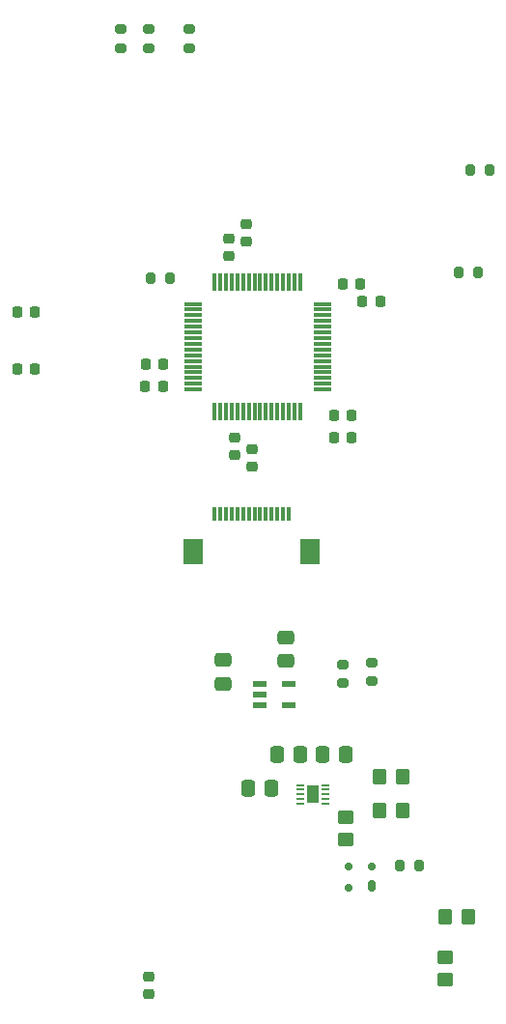
<source format=gbr>
%TF.GenerationSoftware,KiCad,Pcbnew,8.0.6*%
%TF.CreationDate,2024-10-29T14:36:32-05:00*%
%TF.ProjectId,tokenizer,746f6b65-6e69-47a6-9572-2e6b69636164,rev?*%
%TF.SameCoordinates,Original*%
%TF.FileFunction,Paste,Top*%
%TF.FilePolarity,Positive*%
%FSLAX46Y46*%
G04 Gerber Fmt 4.6, Leading zero omitted, Abs format (unit mm)*
G04 Created by KiCad (PCBNEW 8.0.6) date 2024-10-29 14:36:32*
%MOMM*%
%LPD*%
G01*
G04 APERTURE LIST*
G04 Aperture macros list*
%AMRoundRect*
0 Rectangle with rounded corners*
0 $1 Rounding radius*
0 $2 $3 $4 $5 $6 $7 $8 $9 X,Y pos of 4 corners*
0 Add a 4 corners polygon primitive as box body*
4,1,4,$2,$3,$4,$5,$6,$7,$8,$9,$2,$3,0*
0 Add four circle primitives for the rounded corners*
1,1,$1+$1,$2,$3*
1,1,$1+$1,$4,$5*
1,1,$1+$1,$6,$7*
1,1,$1+$1,$8,$9*
0 Add four rect primitives between the rounded corners*
20,1,$1+$1,$2,$3,$4,$5,0*
20,1,$1+$1,$4,$5,$6,$7,0*
20,1,$1+$1,$6,$7,$8,$9,0*
20,1,$1+$1,$8,$9,$2,$3,0*%
G04 Aperture macros list end*
%ADD10RoundRect,0.250000X-0.450000X0.350000X-0.450000X-0.350000X0.450000X-0.350000X0.450000X0.350000X0*%
%ADD11RoundRect,0.225000X0.225000X0.250000X-0.225000X0.250000X-0.225000X-0.250000X0.225000X-0.250000X0*%
%ADD12RoundRect,0.225000X-0.225000X-0.250000X0.225000X-0.250000X0.225000X0.250000X-0.225000X0.250000X0*%
%ADD13RoundRect,0.200000X0.200000X0.275000X-0.200000X0.275000X-0.200000X-0.275000X0.200000X-0.275000X0*%
%ADD14RoundRect,0.250000X-0.350000X-0.450000X0.350000X-0.450000X0.350000X0.450000X-0.350000X0.450000X0*%
%ADD15RoundRect,0.200000X-0.275000X0.200000X-0.275000X-0.200000X0.275000X-0.200000X0.275000X0.200000X0*%
%ADD16R,0.300000X1.300000*%
%ADD17R,1.800000X2.200000*%
%ADD18RoundRect,0.225000X0.250000X-0.225000X0.250000X0.225000X-0.250000X0.225000X-0.250000X-0.225000X0*%
%ADD19RoundRect,0.175000X0.175000X0.325000X-0.175000X0.325000X-0.175000X-0.325000X0.175000X-0.325000X0*%
%ADD20RoundRect,0.150000X0.200000X0.150000X-0.200000X0.150000X-0.200000X-0.150000X0.200000X-0.150000X0*%
%ADD21RoundRect,0.250000X0.475000X-0.337500X0.475000X0.337500X-0.475000X0.337500X-0.475000X-0.337500X0*%
%ADD22RoundRect,0.225000X-0.250000X0.225000X-0.250000X-0.225000X0.250000X-0.225000X0.250000X0.225000X0*%
%ADD23RoundRect,0.200000X-0.200000X-0.275000X0.200000X-0.275000X0.200000X0.275000X-0.200000X0.275000X0*%
%ADD24RoundRect,0.200000X0.275000X-0.200000X0.275000X0.200000X-0.275000X0.200000X-0.275000X-0.200000X0*%
%ADD25R,1.200000X0.600000*%
%ADD26RoundRect,0.250000X-0.337500X-0.475000X0.337500X-0.475000X0.337500X0.475000X-0.337500X0.475000X0*%
%ADD27RoundRect,0.075000X-0.700000X-0.075000X0.700000X-0.075000X0.700000X0.075000X-0.700000X0.075000X0*%
%ADD28RoundRect,0.075000X-0.075000X-0.700000X0.075000X-0.700000X0.075000X0.700000X-0.075000X0.700000X0*%
%ADD29R,0.660400X0.203200*%
%ADD30R,0.990600X1.600200*%
G04 APERTURE END LIST*
D10*
%TO.C,R3*%
X76239400Y-128223100D03*
X76239400Y-130223100D03*
%TD*%
D11*
%TO.C,C5*%
X60275000Y-88500000D03*
X58725000Y-88500000D03*
%TD*%
D10*
%TO.C,R2*%
X85000000Y-140500000D03*
X85000000Y-142500000D03*
%TD*%
D12*
%TO.C,C18*%
X75225000Y-95000000D03*
X76775000Y-95000000D03*
%TD*%
D13*
%TO.C,R14*%
X82650000Y-132500000D03*
X81000000Y-132500000D03*
%TD*%
D14*
%TO.C,R4*%
X79239400Y-124723100D03*
X81239400Y-124723100D03*
%TD*%
D15*
%TO.C,R8*%
X78500000Y-114675000D03*
X78500000Y-116325000D03*
%TD*%
D16*
%TO.C,J3*%
X64750000Y-101700000D03*
X65250000Y-101700000D03*
X65750000Y-101700000D03*
X66250000Y-101700000D03*
X66750000Y-101700000D03*
X67250000Y-101700000D03*
X67750000Y-101700000D03*
X68250000Y-101700000D03*
X68750000Y-101700000D03*
X69250000Y-101700000D03*
X69750000Y-101700000D03*
X70250000Y-101700000D03*
X70750000Y-101700000D03*
X71250000Y-101700000D03*
D17*
X62850000Y-104950000D03*
X73150000Y-104950000D03*
%TD*%
D12*
%TO.C,C10*%
X77725000Y-83000000D03*
X79275000Y-83000000D03*
%TD*%
D18*
%TO.C,C13*%
X59000000Y-143775000D03*
X59000000Y-142225000D03*
%TD*%
D19*
%TO.C,D1*%
X78500000Y-134250000D03*
D20*
X78500000Y-132550000D03*
X76500000Y-132550000D03*
X76500000Y-134450000D03*
%TD*%
D21*
%TO.C,C14*%
X65500000Y-116537500D03*
X65500000Y-114462500D03*
%TD*%
D22*
%TO.C,C11*%
X68000000Y-96000000D03*
X68000000Y-97550000D03*
%TD*%
D11*
%TO.C,C6*%
X60215000Y-90500000D03*
X58665000Y-90500000D03*
%TD*%
D23*
%TO.C,R10*%
X59175000Y-81000000D03*
X60825000Y-81000000D03*
%TD*%
D21*
%TO.C,C15*%
X71000000Y-114537500D03*
X71000000Y-112462500D03*
%TD*%
D23*
%TO.C,R7*%
X87175000Y-71500000D03*
X88825000Y-71500000D03*
%TD*%
D22*
%TO.C,C9*%
X66500000Y-94950000D03*
X66500000Y-96500000D03*
%TD*%
D24*
%TO.C,R13*%
X62500000Y-60825000D03*
X62500000Y-59175000D03*
%TD*%
D14*
%TO.C,R5*%
X79239400Y-127673100D03*
X81239400Y-127673100D03*
%TD*%
D23*
%TO.C,R9*%
X86175000Y-80500000D03*
X87825000Y-80500000D03*
%TD*%
D25*
%TO.C,Q1*%
X68750000Y-116550000D03*
X68750000Y-117500000D03*
X68750000Y-118450000D03*
X71250000Y-118450000D03*
X71250000Y-116550000D03*
%TD*%
D26*
%TO.C,C3*%
X67664400Y-125723100D03*
X69739400Y-125723100D03*
%TD*%
%TO.C,C1*%
X74201900Y-122723100D03*
X76276900Y-122723100D03*
%TD*%
D12*
%TO.C,C17*%
X47450000Y-84000000D03*
X49000000Y-84000000D03*
%TD*%
D26*
%TO.C,C2*%
X70201900Y-122723100D03*
X72276900Y-122723100D03*
%TD*%
D12*
%TO.C,C7*%
X75950000Y-81500000D03*
X77500000Y-81500000D03*
%TD*%
D14*
%TO.C,R1*%
X85000000Y-137000000D03*
X87000000Y-137000000D03*
%TD*%
D15*
%TO.C,R6*%
X76000000Y-114850000D03*
X76000000Y-116500000D03*
%TD*%
D24*
%TO.C,R12*%
X56500000Y-60825000D03*
X56500000Y-59175000D03*
%TD*%
D18*
%TO.C,C4*%
X67500000Y-77775000D03*
X67500000Y-76225000D03*
%TD*%
D12*
%TO.C,C16*%
X47440000Y-89000000D03*
X48990000Y-89000000D03*
%TD*%
D27*
%TO.C,U2*%
X62825000Y-83250000D03*
X62825000Y-83750000D03*
X62825000Y-84250000D03*
X62825000Y-84750000D03*
X62825000Y-85250000D03*
X62825000Y-85750000D03*
X62825000Y-86250000D03*
X62825000Y-86750000D03*
X62825000Y-87250000D03*
X62825000Y-87750000D03*
X62825000Y-88250000D03*
X62825000Y-88750000D03*
X62825000Y-89250000D03*
X62825000Y-89750000D03*
X62825000Y-90250000D03*
X62825000Y-90750000D03*
D28*
X64750000Y-92675000D03*
X65250000Y-92675000D03*
X65750000Y-92675000D03*
X66250000Y-92675000D03*
X66750000Y-92675000D03*
X67250000Y-92675000D03*
X67750000Y-92675000D03*
X68250000Y-92675000D03*
X68750000Y-92675000D03*
X69250000Y-92675000D03*
X69750000Y-92675000D03*
X70250000Y-92675000D03*
X70750000Y-92675000D03*
X71250000Y-92675000D03*
X71750000Y-92675000D03*
X72250000Y-92675000D03*
D27*
X74175000Y-90750000D03*
X74175000Y-90250000D03*
X74175000Y-89750000D03*
X74175000Y-89250000D03*
X74175000Y-88750000D03*
X74175000Y-88250000D03*
X74175000Y-87750000D03*
X74175000Y-87250000D03*
X74175000Y-86750000D03*
X74175000Y-86250000D03*
X74175000Y-85750000D03*
X74175000Y-85250000D03*
X74175000Y-84750000D03*
X74175000Y-84250000D03*
X74175000Y-83750000D03*
X74175000Y-83250000D03*
D28*
X72250000Y-81325000D03*
X71750000Y-81325000D03*
X71250000Y-81325000D03*
X70750000Y-81325000D03*
X70250000Y-81325000D03*
X69750000Y-81325000D03*
X69250000Y-81325000D03*
X68750000Y-81325000D03*
X68250000Y-81325000D03*
X67750000Y-81325000D03*
X67250000Y-81325000D03*
X66750000Y-81325000D03*
X66250000Y-81325000D03*
X65750000Y-81325000D03*
X65250000Y-81325000D03*
X64750000Y-81325000D03*
%TD*%
D12*
%TO.C,C8*%
X75225000Y-93000000D03*
X76775000Y-93000000D03*
%TD*%
D29*
%TO.C,U1*%
X72239400Y-125423000D03*
X72239400Y-125823050D03*
X72239400Y-126223100D03*
X72239400Y-126623150D03*
X72239400Y-127023200D03*
X74500000Y-127023200D03*
X74500000Y-126623150D03*
X74500000Y-126223100D03*
X74500000Y-125823050D03*
X74500000Y-125423000D03*
D30*
X73369700Y-126223100D03*
%TD*%
D18*
%TO.C,C12*%
X66000000Y-79050000D03*
X66000000Y-77500000D03*
%TD*%
D24*
%TO.C,R11*%
X59000000Y-60825000D03*
X59000000Y-59175000D03*
%TD*%
M02*

</source>
